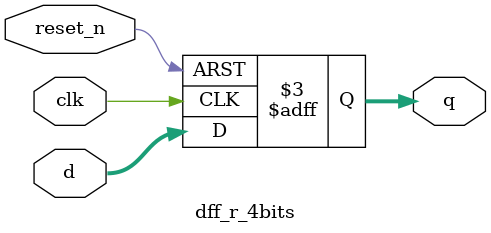
<source format=v>
module dff_r_4bits(clk, reset_n, d, q);// 4 bits flip flop
	input clk,reset_n;
	input [3:0] d;
	output reg [3:0] q;
	
	always@(posedge clk or negedge reset_n)
	begin
      if(reset_n == 0) q <= 0;//Save 0 when reset input is turned on
		else q <= d;
	end
endmodule

</source>
